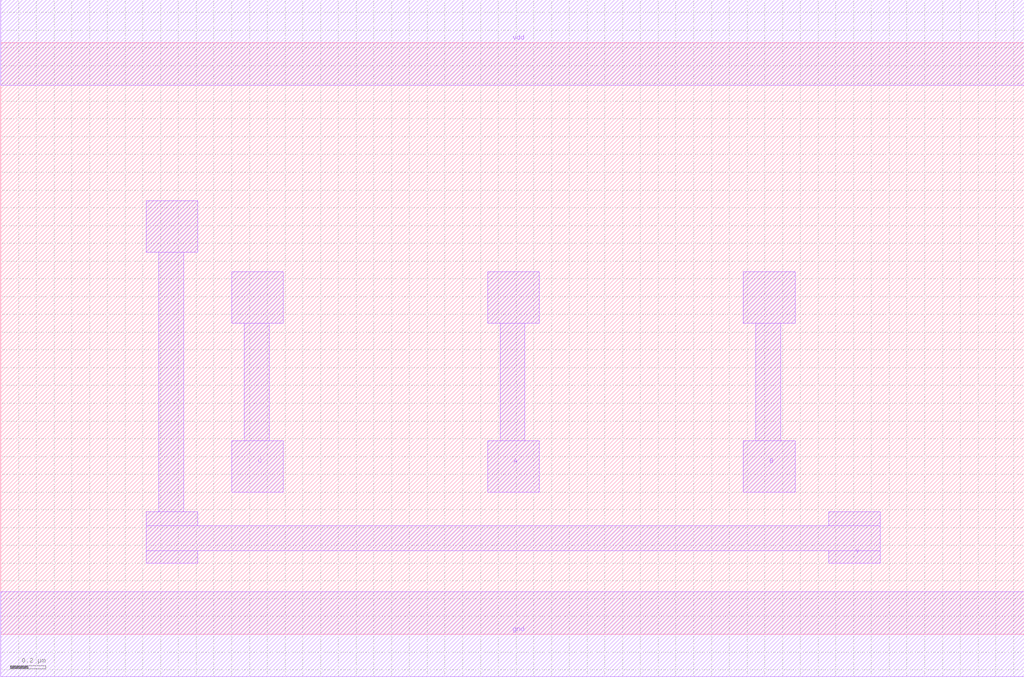
<source format=lef>
VERSION 5.7 ;
  NOWIREEXTENSIONATPIN ON ;
  DIVIDERCHAR "/" ;
  BUSBITCHARS "[]" ;
MACRO AOI21X1
  CLASS CORE ;
  FOREIGN AOI21X1 ;
  ORIGIN 0.000 0.000 ;
  SIZE 5.760 BY 3.330 ;
  SYMMETRY X Y R90 ;
  SITE unit ;
  PIN vdd
    DIRECTION INOUT ;
    USE POWER ;
    SHAPE ABUTMENT ;
    PORT
      LAYER met1 ;
        RECT 0.000 3.090 5.760 3.570 ;
    END
  END vdd
  PIN gnd
    DIRECTION INOUT ;
    USE GROUND ;
    SHAPE ABUTMENT ;
    PORT
      LAYER met1 ;
        RECT 0.000 -0.240 5.760 0.240 ;
    END
  END gnd
  PIN Y
    DIRECTION INOUT ;
    USE SIGNAL ;
    SHAPE ABUTMENT ;
    PORT
      LAYER met1 ;
        RECT 0.820 2.150 1.110 2.440 ;
        RECT 0.890 0.690 1.030 2.150 ;
        RECT 0.820 0.610 1.110 0.690 ;
        RECT 4.660 0.610 4.950 0.690 ;
        RECT 0.820 0.470 4.950 0.610 ;
        RECT 0.820 0.400 1.110 0.470 ;
        RECT 4.660 0.400 4.950 0.470 ;
    END
  END Y
  PIN B
    DIRECTION INOUT ;
    USE SIGNAL ;
    SHAPE ABUTMENT ;
    PORT
      LAYER met1 ;
        RECT 4.180 1.750 4.470 2.040 ;
        RECT 4.250 1.090 4.390 1.750 ;
        RECT 4.180 0.800 4.470 1.090 ;
    END
  END B
  PIN A
    DIRECTION INOUT ;
    USE SIGNAL ;
    SHAPE ABUTMENT ;
    PORT
      LAYER met1 ;
        RECT 2.740 1.750 3.030 2.040 ;
        RECT 2.810 1.090 2.950 1.750 ;
        RECT 2.740 0.800 3.030 1.090 ;
    END
  END A
  PIN C
    DIRECTION INOUT ;
    USE SIGNAL ;
    SHAPE ABUTMENT ;
    PORT
      LAYER met1 ;
        RECT 1.300 1.750 1.590 2.040 ;
        RECT 1.370 1.090 1.510 1.750 ;
        RECT 1.300 0.800 1.590 1.090 ;
    END
  END C
END AOI21X1
END LIBRARY


</source>
